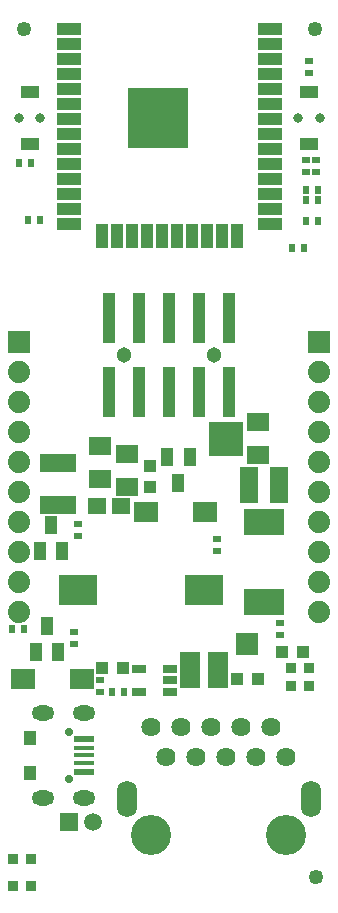
<source format=gbr>
G04 #@! TF.GenerationSoftware,KiCad,Pcbnew,5.1.0-unknown-a7c8df5~94~ubuntu18.04.1*
G04 #@! TF.CreationDate,2019-03-22T16:10:05+02:00*
G04 #@! TF.ProjectId,ESP32-PoE_Rev_D,45535033-322d-4506-9f45-5f5265765f44,D*
G04 #@! TF.SameCoordinates,Original*
G04 #@! TF.FileFunction,Soldermask,Top*
G04 #@! TF.FilePolarity,Negative*
%FSLAX46Y46*%
G04 Gerber Fmt 4.6, Leading zero omitted, Abs format (unit mm)*
G04 Created by KiCad (PCBNEW 5.1.0-unknown-a7c8df5~94~ubuntu18.04.1) date 2019-03-22 16:10:05*
%MOMM*%
%LPD*%
G04 APERTURE LIST*
%ADD10R,2.101600X1.001600*%
%ADD11R,1.001600X2.101600*%
%ADD12R,5.101600X5.101600*%
%ADD13C,2.101600*%
%ADD14R,0.601600X0.651600*%
%ADD15R,1.601600X1.001600*%
%ADD16C,0.801600*%
%ADD17C,1.301600*%
%ADD18R,1.101600X4.351600*%
%ADD19R,1.101600X1.501600*%
%ADD20R,2.901599X2.901599*%
%ADD21R,1.822400X1.822400*%
%ADD22R,0.651600X0.601600*%
%ADD23R,1.701600X3.101600*%
%ADD24R,1.751600X0.601600*%
%ADD25R,1.751600X0.426600*%
%ADD26C,0.701600*%
%ADD27R,1.101600X1.201600*%
%ADD28O,1.901600X1.301600*%
%ADD29R,0.901600X0.901600*%
%ADD30R,1.117600X1.117600*%
%ADD31C,1.254000*%
%ADD32R,1.625600X1.371600*%
%ADD33C,1.625600*%
%ADD34O,1.701600X3.101599*%
%ADD35C,3.401601*%
%ADD36R,1.879600X1.625600*%
%ADD37R,2.101600X1.801600*%
%ADD38R,3.501600X2.301600*%
%ADD39R,3.301600X2.601600*%
%ADD40R,1.301600X0.651600*%
%ADD41C,1.879600*%
%ADD42R,1.879600X1.879600*%
%ADD43R,3.101600X1.601600*%
%ADD44R,1.601600X3.101600*%
%ADD45R,1.501600X1.501600*%
%ADD46C,1.501600*%
G04 APERTURE END LIST*
D10*
X95640000Y-96725000D03*
X95640000Y-97995000D03*
X95640000Y-99265000D03*
X95640000Y-100535000D03*
X95640000Y-101805000D03*
X95640000Y-103075000D03*
X95640000Y-104345000D03*
X95640000Y-105615000D03*
X95640000Y-106885000D03*
X95640000Y-108155000D03*
X95640000Y-109425000D03*
X95640000Y-110695000D03*
X95640000Y-111965000D03*
X95640000Y-113235000D03*
D11*
X98440000Y-114235000D03*
X99710000Y-114235000D03*
X100980000Y-114235000D03*
X102250000Y-114235000D03*
X103520000Y-114235000D03*
X104790000Y-114235000D03*
X106060000Y-114235000D03*
X107330000Y-114235000D03*
X108600000Y-114235000D03*
X109870000Y-114235000D03*
D10*
X112640000Y-113235000D03*
X112640000Y-111965000D03*
X112640000Y-110695000D03*
X112640000Y-109425000D03*
X112640000Y-108155000D03*
X112640000Y-106885000D03*
X112640000Y-105615000D03*
X112640000Y-104345000D03*
X112640000Y-103075000D03*
X112640000Y-101805000D03*
X112640000Y-100535000D03*
X112640000Y-99265000D03*
X112640000Y-97995000D03*
X112640000Y-96725000D03*
D12*
X103140000Y-104235000D03*
D13*
X103140000Y-104235000D03*
D14*
X92456000Y-108077000D03*
X91440000Y-108077000D03*
D15*
X115959000Y-106444000D03*
X115959000Y-102090000D03*
D16*
X115059000Y-104267000D03*
X116859000Y-104267000D03*
D15*
X92321000Y-106444000D03*
X92321000Y-102090000D03*
D16*
X91421000Y-104267000D03*
X93221000Y-104267000D03*
D17*
X107950000Y-124333000D03*
D18*
X99060000Y-127458000D03*
X99060000Y-121208000D03*
X101600000Y-127458000D03*
X101600000Y-121208000D03*
X104140000Y-127458000D03*
X104140000Y-121208000D03*
X106680000Y-127458000D03*
X106680000Y-121208000D03*
X109220000Y-127458000D03*
X109220000Y-121208000D03*
D17*
X100330000Y-124333000D03*
D19*
X94107000Y-138727000D03*
X95057000Y-140927000D03*
X93157000Y-140927000D03*
D20*
X108966000Y-131445000D03*
D21*
X110744000Y-148844000D03*
D22*
X116586000Y-107823000D03*
X116586000Y-108839000D03*
X115697000Y-108839000D03*
X115697000Y-107823000D03*
X115951000Y-99441000D03*
X115951000Y-100457000D03*
D23*
X108261000Y-151003000D03*
X105861000Y-151003000D03*
D19*
X105851960Y-133004560D03*
X103949500Y-133004560D03*
X104904540Y-135214360D03*
X92839540Y-149479000D03*
X94742000Y-149479000D03*
X93786960Y-147269200D03*
D24*
X96876000Y-156854500D03*
D25*
X96876000Y-157592000D03*
X96876000Y-158242000D03*
X96876000Y-158892000D03*
D24*
X96876000Y-159629500D03*
D26*
X95626000Y-156242000D03*
X95626000Y-160242000D03*
D27*
X92326000Y-156742000D03*
X92326000Y-159742000D03*
D28*
X93476000Y-154642000D03*
X96946000Y-154642000D03*
X96946000Y-161842000D03*
X93476000Y-161842000D03*
D29*
X92456000Y-167005000D03*
X90932000Y-167005000D03*
D30*
X113665000Y-149479000D03*
X115443000Y-149479000D03*
X111633000Y-151765000D03*
X109855000Y-151765000D03*
D29*
X92456000Y-169291000D03*
X90932000Y-169291000D03*
D31*
X91821000Y-96774000D03*
X116459000Y-96774000D03*
X116586000Y-168529000D03*
D32*
X98044000Y-137160000D03*
X100076000Y-137160000D03*
D33*
X102616000Y-155806000D03*
X103886000Y-158346000D03*
X105156000Y-155806000D03*
X106426000Y-158346000D03*
X107696000Y-155806000D03*
X108966000Y-158346000D03*
X110236000Y-155806000D03*
X111506000Y-158346000D03*
X112776000Y-155806000D03*
X114046000Y-158346000D03*
D34*
X100531000Y-161946000D03*
X116131000Y-161946000D03*
D35*
X102616000Y-164996000D03*
X114046000Y-164996000D03*
D36*
X111633000Y-130048000D03*
X111633000Y-132842000D03*
D37*
X102148000Y-137668000D03*
X107148000Y-137668000D03*
X96734000Y-151765000D03*
X91734000Y-151765000D03*
D38*
X112141000Y-138459000D03*
X112141000Y-145259000D03*
D39*
X96377000Y-144272000D03*
X107077000Y-144272000D03*
D40*
X104170000Y-152842000D03*
X104170000Y-151892000D03*
X104170000Y-150942000D03*
X101570000Y-152842000D03*
X101570000Y-150942000D03*
D30*
X98425000Y-150876000D03*
X100203000Y-150876000D03*
D41*
X91440000Y-130840000D03*
X91440000Y-128300000D03*
X91440000Y-125760000D03*
D42*
X91440000Y-123220000D03*
D41*
X91440000Y-133380000D03*
X91440000Y-135920000D03*
X91440000Y-141000000D03*
X91440000Y-138460000D03*
X91440000Y-143540000D03*
X91440000Y-146080000D03*
X116840000Y-130840000D03*
X116840000Y-128300000D03*
X116840000Y-125760000D03*
D42*
X116840000Y-123220000D03*
D41*
X116840000Y-133380000D03*
X116840000Y-135920000D03*
X116840000Y-141000000D03*
X116840000Y-138460000D03*
X116840000Y-143540000D03*
X116840000Y-146080000D03*
D22*
X96075500Y-147828000D03*
X96075500Y-148844000D03*
X96393000Y-139700000D03*
X96393000Y-138684000D03*
X113538000Y-147066000D03*
X113538000Y-148082000D03*
D14*
X99314000Y-152844500D03*
X100330000Y-152844500D03*
D22*
X98298000Y-151828500D03*
X98298000Y-152844500D03*
D14*
X115697000Y-111252000D03*
X116713000Y-111252000D03*
X115697000Y-110363000D03*
X116713000Y-110363000D03*
X114554000Y-115316000D03*
X115570000Y-115316000D03*
X116713000Y-113030000D03*
X115697000Y-113030000D03*
D22*
X108204000Y-139954000D03*
X108204000Y-140970000D03*
D36*
X100584000Y-135509000D03*
X100584000Y-132715000D03*
X98298000Y-134874000D03*
X98298000Y-132080000D03*
D43*
X94742000Y-137005000D03*
X94742000Y-133505000D03*
D30*
X102489000Y-135509000D03*
X102489000Y-133731000D03*
D44*
X110891000Y-135382000D03*
X113391000Y-135382000D03*
D45*
X95638620Y-163852860D03*
D46*
X97650300Y-163850320D03*
D29*
X115951000Y-152400000D03*
X114427000Y-152400000D03*
X115951000Y-150876000D03*
X114427000Y-150876000D03*
D14*
X93218000Y-112903000D03*
X92202000Y-112903000D03*
X91821000Y-147574000D03*
X90805000Y-147574000D03*
M02*

</source>
